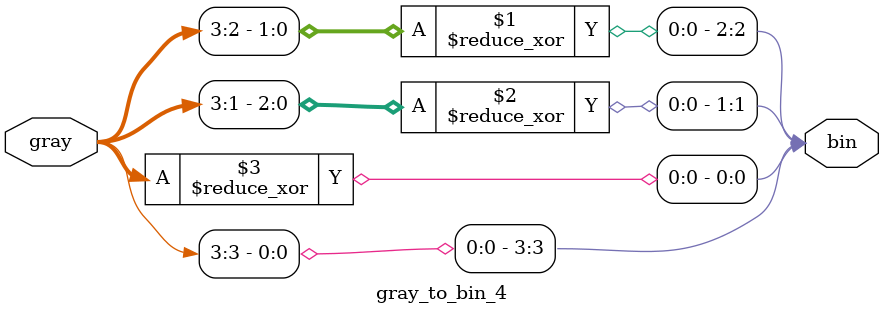
<source format=v>



`timescale 1 ps / 1 ps
// Copyright 2012 Altera Corporation. All rights reserved.  
// Altera products are protected under numerous U.S. and foreign patents, 
// maskwork rights, copyrights and other intellectual property laws.  
//
// This reference design file, and your use thereof, is subject to and governed
// by the terms and conditions of the applicable Altera Reference Design 
// License Agreement (either as signed by you or found at www.altera.com).  By
// using this reference design file, you indicate your acceptance of such terms
// and conditions between you and Altera Corporation.  In the event that you do
// not agree with such terms and conditions, you may not use the reference 
// design file and please promptly destroy any copies you have made.
//
// This reference design file is being provided on an "as-is" basis and as an 
// accommodation and therefore all warranties, representations or guarantees of 
// any kind (whether express, implied or statutory) including, without 
// limitation, warranties of merchantability, non-infringement, or fitness for
// a particular purpose, are specifically disclaimed.  By making this reference
// design file available, Altera expressly does not recommend, suggest or 
// require that this reference design file be used in combination with any 
// other product not provided by Altera.
/////////////////////////////////////////////////////////////////////////////

// baeckler - 01-17-2012
// separated in case we want to force the LUT decomposition

module gray_to_bin_4 (
	input [3:0] gray,
	output [3:0] bin
);

assign bin[3] = gray[3];
assign bin[2] = ^gray[3:2];
assign bin[1] = ^gray[3:1];
assign bin[0] = ^gray[3:0];

endmodule
// BENCHMARK INFO :  5SGXEA7N2F45C2
// BENCHMARK INFO :  Max depth :  1.0 LUTs
// BENCHMARK INFO :  Total registers : 0
// BENCHMARK INFO :  Total pins : 8
// BENCHMARK INFO :  Total virtual pins : 0
// BENCHMARK INFO :  Total block memory bits : 0
// BENCHMARK INFO :  Comb ALUTs :                         ; 4               ;       ;
// BENCHMARK INFO :  ALMs : 2 / 234,720 ( < 1 % )

</source>
